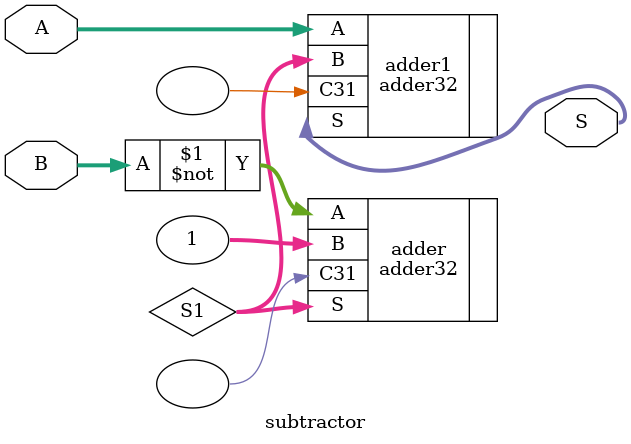
<source format=v>
`timescale 1ns / 1ps


module subtractor(
     input [31:0] A,
	 input [31:0] B,
	 output [31:0] S);
	 wire [31:0] S1;
//	 wire B1;
//	 assign B1=-B;
	 adder32 adder1(
        .A(A),
		  .B(S1),
		  .S(S),
		  .C31()
		 ); //S=S1+A=A+B-1
	   adder32 adder(
        .A(~B),
		  .B(1),
		  .S(S1),
		  .C31()
		 ); //S1=-B+1
		 
endmodule

</source>
